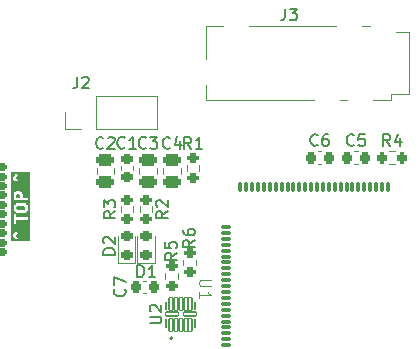
<source format=gto>
G04 #@! TF.GenerationSoftware,KiCad,Pcbnew,9.0.3*
G04 #@! TF.CreationDate,2025-07-22T22:33:48+01:00*
G04 #@! TF.ProjectId,dectspansion,64656374-7370-4616-9e73-696f6e2e6b69,rev?*
G04 #@! TF.SameCoordinates,Original*
G04 #@! TF.FileFunction,Legend,Top*
G04 #@! TF.FilePolarity,Positive*
%FSLAX46Y46*%
G04 Gerber Fmt 4.6, Leading zero omitted, Abs format (unit mm)*
G04 Created by KiCad (PCBNEW 9.0.3) date 2025-07-22 22:33:48*
%MOMM*%
%LPD*%
G01*
G04 APERTURE LIST*
G04 Aperture macros list*
%AMRoundRect*
0 Rectangle with rounded corners*
0 $1 Rounding radius*
0 $2 $3 $4 $5 $6 $7 $8 $9 X,Y pos of 4 corners*
0 Add a 4 corners polygon primitive as box body*
4,1,4,$2,$3,$4,$5,$6,$7,$8,$9,$2,$3,0*
0 Add four circle primitives for the rounded corners*
1,1,$1+$1,$2,$3*
1,1,$1+$1,$4,$5*
1,1,$1+$1,$6,$7*
1,1,$1+$1,$8,$9*
0 Add four rect primitives between the rounded corners*
20,1,$1+$1,$2,$3,$4,$5,0*
20,1,$1+$1,$4,$5,$6,$7,0*
20,1,$1+$1,$6,$7,$8,$9,0*
20,1,$1+$1,$8,$9,$2,$3,0*%
G04 Aperture macros list end*
%ADD10C,0.150000*%
%ADD11C,0.250000*%
%ADD12C,0.100000*%
%ADD13C,0.120000*%
%ADD14C,0.127000*%
%ADD15C,0.200000*%
%ADD16C,0.000000*%
%ADD17RoundRect,0.200000X0.275000X-0.200000X0.275000X0.200000X-0.275000X0.200000X-0.275000X-0.200000X0*%
%ADD18C,1.900000*%
%ADD19R,2.000000X3.000000*%
%ADD20R,3.000000X2.000000*%
%ADD21RoundRect,0.250000X0.475000X-0.250000X0.475000X0.250000X-0.475000X0.250000X-0.475000X-0.250000X0*%
%ADD22RoundRect,0.150000X1.600000X0.150000X-1.600000X0.150000X-1.600000X-0.150000X1.600000X-0.150000X0*%
%ADD23RoundRect,0.150000X1.200000X0.150000X-1.200000X0.150000X-1.200000X-0.150000X1.200000X-0.150000X0*%
%ADD24RoundRect,0.200000X-0.275000X0.200000X-0.275000X-0.200000X0.275000X-0.200000X0.275000X0.200000X0*%
%ADD25RoundRect,0.225000X-0.225000X-0.250000X0.225000X-0.250000X0.225000X0.250000X-0.225000X0.250000X0*%
%ADD26RoundRect,0.053000X0.159000X-0.519000X0.159000X0.519000X-0.159000X0.519000X-0.159000X-0.519000X0*%
%ADD27RoundRect,0.053000X0.519000X-0.159000X0.519000X0.159000X-0.519000X0.159000X-0.519000X-0.159000X0*%
%ADD28C,0.700000*%
%ADD29C,4.400000*%
%ADD30RoundRect,0.225000X0.225000X0.250000X-0.225000X0.250000X-0.225000X-0.250000X0.225000X-0.250000X0*%
%ADD31RoundRect,0.200000X-0.200000X-0.275000X0.200000X-0.275000X0.200000X0.275000X-0.200000X0.275000X0*%
%ADD32R,1.700000X1.700000*%
%ADD33C,1.700000*%
%ADD34RoundRect,0.225000X0.250000X-0.225000X0.250000X0.225000X-0.250000X0.225000X-0.250000X-0.225000X0*%
%ADD35RoundRect,0.218750X0.256250X-0.218750X0.256250X0.218750X-0.256250X0.218750X-0.256250X-0.218750X0*%
%ADD36R,0.660000X0.550000*%
%ADD37RoundRect,0.075000X-0.075000X0.370000X-0.075000X-0.370000X0.075000X-0.370000X0.075000X0.370000X0*%
%ADD38R,0.550000X0.800000*%
%ADD39RoundRect,0.075000X-0.370000X-0.075000X0.370000X-0.075000X0.370000X0.075000X-0.370000X0.075000X0*%
G04 APERTURE END LIST*
D10*
X116614819Y-103866666D02*
X116138628Y-104199999D01*
X116614819Y-104438094D02*
X115614819Y-104438094D01*
X115614819Y-104438094D02*
X115614819Y-104057142D01*
X115614819Y-104057142D02*
X115662438Y-103961904D01*
X115662438Y-103961904D02*
X115710057Y-103914285D01*
X115710057Y-103914285D02*
X115805295Y-103866666D01*
X115805295Y-103866666D02*
X115948152Y-103866666D01*
X115948152Y-103866666D02*
X116043390Y-103914285D01*
X116043390Y-103914285D02*
X116091009Y-103961904D01*
X116091009Y-103961904D02*
X116138628Y-104057142D01*
X116138628Y-104057142D02*
X116138628Y-104438094D01*
X115614819Y-102961904D02*
X115614819Y-103438094D01*
X115614819Y-103438094D02*
X116091009Y-103485713D01*
X116091009Y-103485713D02*
X116043390Y-103438094D01*
X116043390Y-103438094D02*
X115995771Y-103342856D01*
X115995771Y-103342856D02*
X115995771Y-103104761D01*
X115995771Y-103104761D02*
X116043390Y-103009523D01*
X116043390Y-103009523D02*
X116091009Y-102961904D01*
X116091009Y-102961904D02*
X116186247Y-102914285D01*
X116186247Y-102914285D02*
X116424342Y-102914285D01*
X116424342Y-102914285D02*
X116519580Y-102961904D01*
X116519580Y-102961904D02*
X116567200Y-103009523D01*
X116567200Y-103009523D02*
X116614819Y-103104761D01*
X116614819Y-103104761D02*
X116614819Y-103342856D01*
X116614819Y-103342856D02*
X116567200Y-103438094D01*
X116567200Y-103438094D02*
X116519580Y-103485713D01*
X125776666Y-83184819D02*
X125776666Y-83899104D01*
X125776666Y-83899104D02*
X125729047Y-84041961D01*
X125729047Y-84041961D02*
X125633809Y-84137200D01*
X125633809Y-84137200D02*
X125490952Y-84184819D01*
X125490952Y-84184819D02*
X125395714Y-84184819D01*
X126157619Y-83184819D02*
X126776666Y-83184819D01*
X126776666Y-83184819D02*
X126443333Y-83565771D01*
X126443333Y-83565771D02*
X126586190Y-83565771D01*
X126586190Y-83565771D02*
X126681428Y-83613390D01*
X126681428Y-83613390D02*
X126729047Y-83661009D01*
X126729047Y-83661009D02*
X126776666Y-83756247D01*
X126776666Y-83756247D02*
X126776666Y-83994342D01*
X126776666Y-83994342D02*
X126729047Y-84089580D01*
X126729047Y-84089580D02*
X126681428Y-84137200D01*
X126681428Y-84137200D02*
X126586190Y-84184819D01*
X126586190Y-84184819D02*
X126300476Y-84184819D01*
X126300476Y-84184819D02*
X126205238Y-84137200D01*
X126205238Y-84137200D02*
X126157619Y-84089580D01*
X110393333Y-94959580D02*
X110345714Y-95007200D01*
X110345714Y-95007200D02*
X110202857Y-95054819D01*
X110202857Y-95054819D02*
X110107619Y-95054819D01*
X110107619Y-95054819D02*
X109964762Y-95007200D01*
X109964762Y-95007200D02*
X109869524Y-94911961D01*
X109869524Y-94911961D02*
X109821905Y-94816723D01*
X109821905Y-94816723D02*
X109774286Y-94626247D01*
X109774286Y-94626247D02*
X109774286Y-94483390D01*
X109774286Y-94483390D02*
X109821905Y-94292914D01*
X109821905Y-94292914D02*
X109869524Y-94197676D01*
X109869524Y-94197676D02*
X109964762Y-94102438D01*
X109964762Y-94102438D02*
X110107619Y-94054819D01*
X110107619Y-94054819D02*
X110202857Y-94054819D01*
X110202857Y-94054819D02*
X110345714Y-94102438D01*
X110345714Y-94102438D02*
X110393333Y-94150057D01*
X110774286Y-94150057D02*
X110821905Y-94102438D01*
X110821905Y-94102438D02*
X110917143Y-94054819D01*
X110917143Y-94054819D02*
X111155238Y-94054819D01*
X111155238Y-94054819D02*
X111250476Y-94102438D01*
X111250476Y-94102438D02*
X111298095Y-94150057D01*
X111298095Y-94150057D02*
X111345714Y-94245295D01*
X111345714Y-94245295D02*
X111345714Y-94340533D01*
X111345714Y-94340533D02*
X111298095Y-94483390D01*
X111298095Y-94483390D02*
X110726667Y-95054819D01*
X110726667Y-95054819D02*
X111345714Y-95054819D01*
D11*
G36*
X103707855Y-99893634D02*
G01*
X103764268Y-99950048D01*
X103789619Y-100000748D01*
X103789619Y-100132207D01*
X103764268Y-100182907D01*
X103707855Y-100239321D01*
X103565896Y-100274811D01*
X103263341Y-100274811D01*
X103121381Y-100239321D01*
X103064970Y-100182910D01*
X103039619Y-100132208D01*
X103039619Y-100000748D01*
X103064970Y-99950046D01*
X103121381Y-99893635D01*
X103263341Y-99858145D01*
X103565896Y-99858145D01*
X103707855Y-99893634D01*
G37*
G36*
X103269145Y-98883495D02*
G01*
X103288077Y-98902428D01*
X103313428Y-98953129D01*
X103313428Y-99179573D01*
X103039619Y-99179573D01*
X103039619Y-98953129D01*
X103064969Y-98902427D01*
X103083902Y-98883495D01*
X103134604Y-98858145D01*
X103218444Y-98858145D01*
X103269145Y-98883495D01*
G37*
G36*
X104164619Y-102840103D02*
G01*
X102617185Y-102840103D01*
X102617185Y-102393008D01*
X102742185Y-102393008D01*
X102743157Y-102399812D01*
X102742185Y-102406616D01*
X102746579Y-102423767D01*
X102749083Y-102441292D01*
X102752584Y-102447205D01*
X102754290Y-102453862D01*
X102767000Y-102474812D01*
X102909857Y-102665288D01*
X102926410Y-102683356D01*
X102968377Y-102708205D01*
X103016661Y-102715103D01*
X103063907Y-102702998D01*
X103102925Y-102673735D01*
X103127774Y-102631768D01*
X103134672Y-102583484D01*
X103122567Y-102536238D01*
X103109857Y-102515288D01*
X103023250Y-102399812D01*
X103109857Y-102284336D01*
X103122567Y-102263386D01*
X103134672Y-102216140D01*
X103127774Y-102167856D01*
X103102925Y-102125889D01*
X103063907Y-102096626D01*
X103016661Y-102084521D01*
X102968377Y-102091419D01*
X102926410Y-102116268D01*
X102909857Y-102134336D01*
X102767000Y-102324812D01*
X102754290Y-102345762D01*
X102752584Y-102352418D01*
X102749083Y-102358332D01*
X102746579Y-102375856D01*
X102742185Y-102393008D01*
X102617185Y-102393008D01*
X102617185Y-100685526D01*
X102789619Y-100685526D01*
X102789619Y-101256954D01*
X102792021Y-101281340D01*
X102810685Y-101326400D01*
X102845173Y-101360888D01*
X102890233Y-101379552D01*
X102939005Y-101379552D01*
X102984065Y-101360888D01*
X103018553Y-101326400D01*
X103037217Y-101281340D01*
X103039619Y-101256954D01*
X103039619Y-101096240D01*
X103914619Y-101096240D01*
X103939005Y-101093838D01*
X103984065Y-101075174D01*
X104018553Y-101040686D01*
X104037217Y-100995626D01*
X104037217Y-100946854D01*
X104018553Y-100901794D01*
X103984065Y-100867306D01*
X103939005Y-100848642D01*
X103914619Y-100846240D01*
X103039619Y-100846240D01*
X103039619Y-100685526D01*
X103037217Y-100661140D01*
X103018553Y-100616080D01*
X102984065Y-100581592D01*
X102939005Y-100562928D01*
X102890233Y-100562928D01*
X102845173Y-100581592D01*
X102810685Y-100616080D01*
X102792021Y-100661140D01*
X102789619Y-100685526D01*
X102617185Y-100685526D01*
X102617185Y-99971240D01*
X102789619Y-99971240D01*
X102789619Y-100161716D01*
X102792021Y-100186102D01*
X102793739Y-100190250D01*
X102794058Y-100194732D01*
X102802816Y-100217618D01*
X102850434Y-100312855D01*
X102857043Y-100323353D01*
X102858305Y-100326400D01*
X102861120Y-100329831D01*
X102863489Y-100333593D01*
X102865983Y-100335756D01*
X102873850Y-100345342D01*
X102969088Y-100440580D01*
X102988030Y-100456125D01*
X102996615Y-100459681D01*
X103004084Y-100465215D01*
X103027159Y-100473460D01*
X103217635Y-100521079D01*
X103221864Y-100521704D01*
X103223566Y-100522409D01*
X103232745Y-100523313D01*
X103241875Y-100524663D01*
X103243697Y-100524391D01*
X103247952Y-100524811D01*
X103581285Y-100524811D01*
X103585539Y-100524391D01*
X103587361Y-100524663D01*
X103596489Y-100523313D01*
X103605671Y-100522409D01*
X103607372Y-100521704D01*
X103611602Y-100521079D01*
X103802078Y-100473460D01*
X103825153Y-100465215D01*
X103832619Y-100459682D01*
X103841207Y-100456126D01*
X103860149Y-100440581D01*
X103955388Y-100345343D01*
X103963257Y-100335754D01*
X103965749Y-100333593D01*
X103968114Y-100329835D01*
X103970933Y-100326401D01*
X103972196Y-100323350D01*
X103978803Y-100312856D01*
X104026422Y-100217618D01*
X104035180Y-100194732D01*
X104035498Y-100190251D01*
X104037217Y-100186102D01*
X104039619Y-100161716D01*
X104039619Y-99971240D01*
X104037217Y-99946854D01*
X104035498Y-99942704D01*
X104035180Y-99938224D01*
X104026422Y-99915338D01*
X103978803Y-99820100D01*
X103972196Y-99809605D01*
X103970933Y-99806555D01*
X103968114Y-99803120D01*
X103965749Y-99799363D01*
X103963257Y-99797201D01*
X103955388Y-99787613D01*
X103860149Y-99692375D01*
X103841207Y-99676830D01*
X103832619Y-99673273D01*
X103825153Y-99667741D01*
X103802078Y-99659496D01*
X103611602Y-99611877D01*
X103607372Y-99611251D01*
X103605671Y-99610547D01*
X103596489Y-99609642D01*
X103587361Y-99608293D01*
X103585539Y-99608564D01*
X103581285Y-99608145D01*
X103247952Y-99608145D01*
X103243697Y-99608564D01*
X103241875Y-99608293D01*
X103232745Y-99609642D01*
X103223566Y-99610547D01*
X103221864Y-99611251D01*
X103217635Y-99611877D01*
X103027159Y-99659496D01*
X103004084Y-99667741D01*
X102996615Y-99673274D01*
X102988030Y-99676831D01*
X102969088Y-99692376D01*
X102873850Y-99787614D01*
X102865983Y-99797199D01*
X102863489Y-99799363D01*
X102861120Y-99803124D01*
X102858305Y-99806556D01*
X102857043Y-99809602D01*
X102850434Y-99820101D01*
X102802816Y-99915338D01*
X102794058Y-99938224D01*
X102793739Y-99942705D01*
X102792021Y-99946854D01*
X102789619Y-99971240D01*
X102617185Y-99971240D01*
X102617185Y-98923621D01*
X102789619Y-98923621D01*
X102789619Y-99304573D01*
X102792021Y-99328959D01*
X102810685Y-99374019D01*
X102845173Y-99408507D01*
X102890233Y-99427171D01*
X102914619Y-99429573D01*
X103914619Y-99429573D01*
X103939005Y-99427171D01*
X103984065Y-99408507D01*
X104018553Y-99374019D01*
X104037217Y-99328959D01*
X104037217Y-99280187D01*
X104018553Y-99235127D01*
X103984065Y-99200639D01*
X103939005Y-99181975D01*
X103914619Y-99179573D01*
X103563428Y-99179573D01*
X103563428Y-98923621D01*
X103561026Y-98899235D01*
X103559307Y-98895085D01*
X103558989Y-98890605D01*
X103550231Y-98867719D01*
X103502612Y-98772481D01*
X103496005Y-98761986D01*
X103494742Y-98758936D01*
X103491923Y-98755501D01*
X103489558Y-98751744D01*
X103487066Y-98749582D01*
X103479197Y-98739994D01*
X103431578Y-98692376D01*
X103421992Y-98684509D01*
X103419829Y-98682015D01*
X103416067Y-98679646D01*
X103412636Y-98676831D01*
X103409589Y-98675569D01*
X103399091Y-98668960D01*
X103303854Y-98621342D01*
X103280968Y-98612584D01*
X103276486Y-98612265D01*
X103272338Y-98610547D01*
X103247952Y-98608145D01*
X103105095Y-98608145D01*
X103080709Y-98610547D01*
X103076559Y-98612265D01*
X103072079Y-98612584D01*
X103049193Y-98621342D01*
X102953955Y-98668961D01*
X102943460Y-98675567D01*
X102940410Y-98676831D01*
X102936975Y-98679649D01*
X102933218Y-98682015D01*
X102931056Y-98684506D01*
X102921468Y-98692376D01*
X102873850Y-98739995D01*
X102865983Y-98749580D01*
X102863489Y-98751744D01*
X102861120Y-98755505D01*
X102858305Y-98758937D01*
X102857043Y-98761983D01*
X102850434Y-98772482D01*
X102802816Y-98867719D01*
X102794058Y-98890605D01*
X102793739Y-98895086D01*
X102792021Y-98899235D01*
X102789619Y-98923621D01*
X102617185Y-98923621D01*
X102617185Y-97488245D01*
X102742185Y-97488245D01*
X102743157Y-97495049D01*
X102742185Y-97501853D01*
X102746579Y-97519004D01*
X102749083Y-97536529D01*
X102752584Y-97542442D01*
X102754290Y-97549099D01*
X102767000Y-97570049D01*
X102909857Y-97760525D01*
X102926410Y-97778593D01*
X102968377Y-97803442D01*
X103016661Y-97810340D01*
X103063907Y-97798235D01*
X103102925Y-97768972D01*
X103127774Y-97727005D01*
X103134672Y-97678721D01*
X103122567Y-97631475D01*
X103109857Y-97610525D01*
X103023250Y-97495049D01*
X103109857Y-97379573D01*
X103122567Y-97358623D01*
X103134672Y-97311377D01*
X103127774Y-97263093D01*
X103102925Y-97221126D01*
X103063907Y-97191863D01*
X103016661Y-97179758D01*
X102968377Y-97186656D01*
X102926410Y-97211505D01*
X102909857Y-97229573D01*
X102767000Y-97420049D01*
X102754290Y-97440999D01*
X102752584Y-97447655D01*
X102749083Y-97453569D01*
X102746579Y-97471093D01*
X102742185Y-97488245D01*
X102617185Y-97488245D01*
X102617185Y-97054758D01*
X104164619Y-97054758D01*
X104164619Y-102840103D01*
G37*
D10*
X118154819Y-102771666D02*
X117678628Y-103104999D01*
X118154819Y-103343094D02*
X117154819Y-103343094D01*
X117154819Y-103343094D02*
X117154819Y-102962142D01*
X117154819Y-102962142D02*
X117202438Y-102866904D01*
X117202438Y-102866904D02*
X117250057Y-102819285D01*
X117250057Y-102819285D02*
X117345295Y-102771666D01*
X117345295Y-102771666D02*
X117488152Y-102771666D01*
X117488152Y-102771666D02*
X117583390Y-102819285D01*
X117583390Y-102819285D02*
X117631009Y-102866904D01*
X117631009Y-102866904D02*
X117678628Y-102962142D01*
X117678628Y-102962142D02*
X117678628Y-103343094D01*
X117154819Y-101914523D02*
X117154819Y-102104999D01*
X117154819Y-102104999D02*
X117202438Y-102200237D01*
X117202438Y-102200237D02*
X117250057Y-102247856D01*
X117250057Y-102247856D02*
X117392914Y-102343094D01*
X117392914Y-102343094D02*
X117583390Y-102390713D01*
X117583390Y-102390713D02*
X117964342Y-102390713D01*
X117964342Y-102390713D02*
X118059580Y-102343094D01*
X118059580Y-102343094D02*
X118107200Y-102295475D01*
X118107200Y-102295475D02*
X118154819Y-102200237D01*
X118154819Y-102200237D02*
X118154819Y-102009761D01*
X118154819Y-102009761D02*
X118107200Y-101914523D01*
X118107200Y-101914523D02*
X118059580Y-101866904D01*
X118059580Y-101866904D02*
X117964342Y-101819285D01*
X117964342Y-101819285D02*
X117726247Y-101819285D01*
X117726247Y-101819285D02*
X117631009Y-101866904D01*
X117631009Y-101866904D02*
X117583390Y-101914523D01*
X117583390Y-101914523D02*
X117535771Y-102009761D01*
X117535771Y-102009761D02*
X117535771Y-102200237D01*
X117535771Y-102200237D02*
X117583390Y-102295475D01*
X117583390Y-102295475D02*
X117631009Y-102343094D01*
X117631009Y-102343094D02*
X117726247Y-102390713D01*
X128543333Y-94719580D02*
X128495714Y-94767200D01*
X128495714Y-94767200D02*
X128352857Y-94814819D01*
X128352857Y-94814819D02*
X128257619Y-94814819D01*
X128257619Y-94814819D02*
X128114762Y-94767200D01*
X128114762Y-94767200D02*
X128019524Y-94671961D01*
X128019524Y-94671961D02*
X127971905Y-94576723D01*
X127971905Y-94576723D02*
X127924286Y-94386247D01*
X127924286Y-94386247D02*
X127924286Y-94243390D01*
X127924286Y-94243390D02*
X127971905Y-94052914D01*
X127971905Y-94052914D02*
X128019524Y-93957676D01*
X128019524Y-93957676D02*
X128114762Y-93862438D01*
X128114762Y-93862438D02*
X128257619Y-93814819D01*
X128257619Y-93814819D02*
X128352857Y-93814819D01*
X128352857Y-93814819D02*
X128495714Y-93862438D01*
X128495714Y-93862438D02*
X128543333Y-93910057D01*
X129400476Y-93814819D02*
X129210000Y-93814819D01*
X129210000Y-93814819D02*
X129114762Y-93862438D01*
X129114762Y-93862438D02*
X129067143Y-93910057D01*
X129067143Y-93910057D02*
X128971905Y-94052914D01*
X128971905Y-94052914D02*
X128924286Y-94243390D01*
X128924286Y-94243390D02*
X128924286Y-94624342D01*
X128924286Y-94624342D02*
X128971905Y-94719580D01*
X128971905Y-94719580D02*
X129019524Y-94767200D01*
X129019524Y-94767200D02*
X129114762Y-94814819D01*
X129114762Y-94814819D02*
X129305238Y-94814819D01*
X129305238Y-94814819D02*
X129400476Y-94767200D01*
X129400476Y-94767200D02*
X129448095Y-94719580D01*
X129448095Y-94719580D02*
X129495714Y-94624342D01*
X129495714Y-94624342D02*
X129495714Y-94386247D01*
X129495714Y-94386247D02*
X129448095Y-94291009D01*
X129448095Y-94291009D02*
X129400476Y-94243390D01*
X129400476Y-94243390D02*
X129305238Y-94195771D01*
X129305238Y-94195771D02*
X129114762Y-94195771D01*
X129114762Y-94195771D02*
X129019524Y-94243390D01*
X129019524Y-94243390D02*
X128971905Y-94291009D01*
X128971905Y-94291009D02*
X128924286Y-94386247D01*
X114304819Y-109824404D02*
X115114342Y-109824404D01*
X115114342Y-109824404D02*
X115209580Y-109776785D01*
X115209580Y-109776785D02*
X115257200Y-109729166D01*
X115257200Y-109729166D02*
X115304819Y-109633928D01*
X115304819Y-109633928D02*
X115304819Y-109443452D01*
X115304819Y-109443452D02*
X115257200Y-109348214D01*
X115257200Y-109348214D02*
X115209580Y-109300595D01*
X115209580Y-109300595D02*
X115114342Y-109252976D01*
X115114342Y-109252976D02*
X114304819Y-109252976D01*
X114400057Y-108824404D02*
X114352438Y-108776785D01*
X114352438Y-108776785D02*
X114304819Y-108681547D01*
X114304819Y-108681547D02*
X114304819Y-108443452D01*
X114304819Y-108443452D02*
X114352438Y-108348214D01*
X114352438Y-108348214D02*
X114400057Y-108300595D01*
X114400057Y-108300595D02*
X114495295Y-108252976D01*
X114495295Y-108252976D02*
X114590533Y-108252976D01*
X114590533Y-108252976D02*
X114733390Y-108300595D01*
X114733390Y-108300595D02*
X115304819Y-108872023D01*
X115304819Y-108872023D02*
X115304819Y-108252976D01*
X116043333Y-94959580D02*
X115995714Y-95007200D01*
X115995714Y-95007200D02*
X115852857Y-95054819D01*
X115852857Y-95054819D02*
X115757619Y-95054819D01*
X115757619Y-95054819D02*
X115614762Y-95007200D01*
X115614762Y-95007200D02*
X115519524Y-94911961D01*
X115519524Y-94911961D02*
X115471905Y-94816723D01*
X115471905Y-94816723D02*
X115424286Y-94626247D01*
X115424286Y-94626247D02*
X115424286Y-94483390D01*
X115424286Y-94483390D02*
X115471905Y-94292914D01*
X115471905Y-94292914D02*
X115519524Y-94197676D01*
X115519524Y-94197676D02*
X115614762Y-94102438D01*
X115614762Y-94102438D02*
X115757619Y-94054819D01*
X115757619Y-94054819D02*
X115852857Y-94054819D01*
X115852857Y-94054819D02*
X115995714Y-94102438D01*
X115995714Y-94102438D02*
X116043333Y-94150057D01*
X116900476Y-94388152D02*
X116900476Y-95054819D01*
X116662381Y-94007200D02*
X116424286Y-94721485D01*
X116424286Y-94721485D02*
X117043333Y-94721485D01*
X111414819Y-100341666D02*
X110938628Y-100674999D01*
X111414819Y-100913094D02*
X110414819Y-100913094D01*
X110414819Y-100913094D02*
X110414819Y-100532142D01*
X110414819Y-100532142D02*
X110462438Y-100436904D01*
X110462438Y-100436904D02*
X110510057Y-100389285D01*
X110510057Y-100389285D02*
X110605295Y-100341666D01*
X110605295Y-100341666D02*
X110748152Y-100341666D01*
X110748152Y-100341666D02*
X110843390Y-100389285D01*
X110843390Y-100389285D02*
X110891009Y-100436904D01*
X110891009Y-100436904D02*
X110938628Y-100532142D01*
X110938628Y-100532142D02*
X110938628Y-100913094D01*
X110414819Y-100008332D02*
X110414819Y-99389285D01*
X110414819Y-99389285D02*
X110795771Y-99722618D01*
X110795771Y-99722618D02*
X110795771Y-99579761D01*
X110795771Y-99579761D02*
X110843390Y-99484523D01*
X110843390Y-99484523D02*
X110891009Y-99436904D01*
X110891009Y-99436904D02*
X110986247Y-99389285D01*
X110986247Y-99389285D02*
X111224342Y-99389285D01*
X111224342Y-99389285D02*
X111319580Y-99436904D01*
X111319580Y-99436904D02*
X111367200Y-99484523D01*
X111367200Y-99484523D02*
X111414819Y-99579761D01*
X111414819Y-99579761D02*
X111414819Y-99865475D01*
X111414819Y-99865475D02*
X111367200Y-99960713D01*
X111367200Y-99960713D02*
X111319580Y-100008332D01*
X112189580Y-106926666D02*
X112237200Y-106974285D01*
X112237200Y-106974285D02*
X112284819Y-107117142D01*
X112284819Y-107117142D02*
X112284819Y-107212380D01*
X112284819Y-107212380D02*
X112237200Y-107355237D01*
X112237200Y-107355237D02*
X112141961Y-107450475D01*
X112141961Y-107450475D02*
X112046723Y-107498094D01*
X112046723Y-107498094D02*
X111856247Y-107545713D01*
X111856247Y-107545713D02*
X111713390Y-107545713D01*
X111713390Y-107545713D02*
X111522914Y-107498094D01*
X111522914Y-107498094D02*
X111427676Y-107450475D01*
X111427676Y-107450475D02*
X111332438Y-107355237D01*
X111332438Y-107355237D02*
X111284819Y-107212380D01*
X111284819Y-107212380D02*
X111284819Y-107117142D01*
X111284819Y-107117142D02*
X111332438Y-106974285D01*
X111332438Y-106974285D02*
X111380057Y-106926666D01*
X111284819Y-106593332D02*
X111284819Y-105926666D01*
X111284819Y-105926666D02*
X112284819Y-106355237D01*
X131613333Y-94719580D02*
X131565714Y-94767200D01*
X131565714Y-94767200D02*
X131422857Y-94814819D01*
X131422857Y-94814819D02*
X131327619Y-94814819D01*
X131327619Y-94814819D02*
X131184762Y-94767200D01*
X131184762Y-94767200D02*
X131089524Y-94671961D01*
X131089524Y-94671961D02*
X131041905Y-94576723D01*
X131041905Y-94576723D02*
X130994286Y-94386247D01*
X130994286Y-94386247D02*
X130994286Y-94243390D01*
X130994286Y-94243390D02*
X131041905Y-94052914D01*
X131041905Y-94052914D02*
X131089524Y-93957676D01*
X131089524Y-93957676D02*
X131184762Y-93862438D01*
X131184762Y-93862438D02*
X131327619Y-93814819D01*
X131327619Y-93814819D02*
X131422857Y-93814819D01*
X131422857Y-93814819D02*
X131565714Y-93862438D01*
X131565714Y-93862438D02*
X131613333Y-93910057D01*
X132518095Y-93814819D02*
X132041905Y-93814819D01*
X132041905Y-93814819D02*
X131994286Y-94291009D01*
X131994286Y-94291009D02*
X132041905Y-94243390D01*
X132041905Y-94243390D02*
X132137143Y-94195771D01*
X132137143Y-94195771D02*
X132375238Y-94195771D01*
X132375238Y-94195771D02*
X132470476Y-94243390D01*
X132470476Y-94243390D02*
X132518095Y-94291009D01*
X132518095Y-94291009D02*
X132565714Y-94386247D01*
X132565714Y-94386247D02*
X132565714Y-94624342D01*
X132565714Y-94624342D02*
X132518095Y-94719580D01*
X132518095Y-94719580D02*
X132470476Y-94767200D01*
X132470476Y-94767200D02*
X132375238Y-94814819D01*
X132375238Y-94814819D02*
X132137143Y-94814819D01*
X132137143Y-94814819D02*
X132041905Y-94767200D01*
X132041905Y-94767200D02*
X131994286Y-94719580D01*
X115874819Y-100341666D02*
X115398628Y-100674999D01*
X115874819Y-100913094D02*
X114874819Y-100913094D01*
X114874819Y-100913094D02*
X114874819Y-100532142D01*
X114874819Y-100532142D02*
X114922438Y-100436904D01*
X114922438Y-100436904D02*
X114970057Y-100389285D01*
X114970057Y-100389285D02*
X115065295Y-100341666D01*
X115065295Y-100341666D02*
X115208152Y-100341666D01*
X115208152Y-100341666D02*
X115303390Y-100389285D01*
X115303390Y-100389285D02*
X115351009Y-100436904D01*
X115351009Y-100436904D02*
X115398628Y-100532142D01*
X115398628Y-100532142D02*
X115398628Y-100913094D01*
X114970057Y-99960713D02*
X114922438Y-99913094D01*
X114922438Y-99913094D02*
X114874819Y-99817856D01*
X114874819Y-99817856D02*
X114874819Y-99579761D01*
X114874819Y-99579761D02*
X114922438Y-99484523D01*
X114922438Y-99484523D02*
X114970057Y-99436904D01*
X114970057Y-99436904D02*
X115065295Y-99389285D01*
X115065295Y-99389285D02*
X115160533Y-99389285D01*
X115160533Y-99389285D02*
X115303390Y-99436904D01*
X115303390Y-99436904D02*
X115874819Y-100008332D01*
X115874819Y-100008332D02*
X115874819Y-99389285D01*
X114003333Y-94949580D02*
X113955714Y-94997200D01*
X113955714Y-94997200D02*
X113812857Y-95044819D01*
X113812857Y-95044819D02*
X113717619Y-95044819D01*
X113717619Y-95044819D02*
X113574762Y-94997200D01*
X113574762Y-94997200D02*
X113479524Y-94901961D01*
X113479524Y-94901961D02*
X113431905Y-94806723D01*
X113431905Y-94806723D02*
X113384286Y-94616247D01*
X113384286Y-94616247D02*
X113384286Y-94473390D01*
X113384286Y-94473390D02*
X113431905Y-94282914D01*
X113431905Y-94282914D02*
X113479524Y-94187676D01*
X113479524Y-94187676D02*
X113574762Y-94092438D01*
X113574762Y-94092438D02*
X113717619Y-94044819D01*
X113717619Y-94044819D02*
X113812857Y-94044819D01*
X113812857Y-94044819D02*
X113955714Y-94092438D01*
X113955714Y-94092438D02*
X114003333Y-94140057D01*
X114336667Y-94044819D02*
X114955714Y-94044819D01*
X114955714Y-94044819D02*
X114622381Y-94425771D01*
X114622381Y-94425771D02*
X114765238Y-94425771D01*
X114765238Y-94425771D02*
X114860476Y-94473390D01*
X114860476Y-94473390D02*
X114908095Y-94521009D01*
X114908095Y-94521009D02*
X114955714Y-94616247D01*
X114955714Y-94616247D02*
X114955714Y-94854342D01*
X114955714Y-94854342D02*
X114908095Y-94949580D01*
X114908095Y-94949580D02*
X114860476Y-94997200D01*
X114860476Y-94997200D02*
X114765238Y-95044819D01*
X114765238Y-95044819D02*
X114479524Y-95044819D01*
X114479524Y-95044819D02*
X114384286Y-94997200D01*
X114384286Y-94997200D02*
X114336667Y-94949580D01*
X134683333Y-94814819D02*
X134350000Y-94338628D01*
X134111905Y-94814819D02*
X134111905Y-93814819D01*
X134111905Y-93814819D02*
X134492857Y-93814819D01*
X134492857Y-93814819D02*
X134588095Y-93862438D01*
X134588095Y-93862438D02*
X134635714Y-93910057D01*
X134635714Y-93910057D02*
X134683333Y-94005295D01*
X134683333Y-94005295D02*
X134683333Y-94148152D01*
X134683333Y-94148152D02*
X134635714Y-94243390D01*
X134635714Y-94243390D02*
X134588095Y-94291009D01*
X134588095Y-94291009D02*
X134492857Y-94338628D01*
X134492857Y-94338628D02*
X134111905Y-94338628D01*
X135540476Y-94148152D02*
X135540476Y-94814819D01*
X135302381Y-93767200D02*
X135064286Y-94481485D01*
X135064286Y-94481485D02*
X135683333Y-94481485D01*
X117833333Y-95054819D02*
X117500000Y-94578628D01*
X117261905Y-95054819D02*
X117261905Y-94054819D01*
X117261905Y-94054819D02*
X117642857Y-94054819D01*
X117642857Y-94054819D02*
X117738095Y-94102438D01*
X117738095Y-94102438D02*
X117785714Y-94150057D01*
X117785714Y-94150057D02*
X117833333Y-94245295D01*
X117833333Y-94245295D02*
X117833333Y-94388152D01*
X117833333Y-94388152D02*
X117785714Y-94483390D01*
X117785714Y-94483390D02*
X117738095Y-94531009D01*
X117738095Y-94531009D02*
X117642857Y-94578628D01*
X117642857Y-94578628D02*
X117261905Y-94578628D01*
X118785714Y-95054819D02*
X118214286Y-95054819D01*
X118500000Y-95054819D02*
X118500000Y-94054819D01*
X118500000Y-94054819D02*
X118404762Y-94197676D01*
X118404762Y-94197676D02*
X118309524Y-94292914D01*
X118309524Y-94292914D02*
X118214286Y-94340533D01*
X108176666Y-88944819D02*
X108176666Y-89659104D01*
X108176666Y-89659104D02*
X108129047Y-89801961D01*
X108129047Y-89801961D02*
X108033809Y-89897200D01*
X108033809Y-89897200D02*
X107890952Y-89944819D01*
X107890952Y-89944819D02*
X107795714Y-89944819D01*
X108605238Y-89040057D02*
X108652857Y-88992438D01*
X108652857Y-88992438D02*
X108748095Y-88944819D01*
X108748095Y-88944819D02*
X108986190Y-88944819D01*
X108986190Y-88944819D02*
X109081428Y-88992438D01*
X109081428Y-88992438D02*
X109129047Y-89040057D01*
X109129047Y-89040057D02*
X109176666Y-89135295D01*
X109176666Y-89135295D02*
X109176666Y-89230533D01*
X109176666Y-89230533D02*
X109129047Y-89373390D01*
X109129047Y-89373390D02*
X108557619Y-89944819D01*
X108557619Y-89944819D02*
X109176666Y-89944819D01*
X112203333Y-94934580D02*
X112155714Y-94982200D01*
X112155714Y-94982200D02*
X112012857Y-95029819D01*
X112012857Y-95029819D02*
X111917619Y-95029819D01*
X111917619Y-95029819D02*
X111774762Y-94982200D01*
X111774762Y-94982200D02*
X111679524Y-94886961D01*
X111679524Y-94886961D02*
X111631905Y-94791723D01*
X111631905Y-94791723D02*
X111584286Y-94601247D01*
X111584286Y-94601247D02*
X111584286Y-94458390D01*
X111584286Y-94458390D02*
X111631905Y-94267914D01*
X111631905Y-94267914D02*
X111679524Y-94172676D01*
X111679524Y-94172676D02*
X111774762Y-94077438D01*
X111774762Y-94077438D02*
X111917619Y-94029819D01*
X111917619Y-94029819D02*
X112012857Y-94029819D01*
X112012857Y-94029819D02*
X112155714Y-94077438D01*
X112155714Y-94077438D02*
X112203333Y-94125057D01*
X113155714Y-95029819D02*
X112584286Y-95029819D01*
X112870000Y-95029819D02*
X112870000Y-94029819D01*
X112870000Y-94029819D02*
X112774762Y-94172676D01*
X112774762Y-94172676D02*
X112679524Y-94267914D01*
X112679524Y-94267914D02*
X112584286Y-94315533D01*
X113271905Y-105914819D02*
X113271905Y-104914819D01*
X113271905Y-104914819D02*
X113510000Y-104914819D01*
X113510000Y-104914819D02*
X113652857Y-104962438D01*
X113652857Y-104962438D02*
X113748095Y-105057676D01*
X113748095Y-105057676D02*
X113795714Y-105152914D01*
X113795714Y-105152914D02*
X113843333Y-105343390D01*
X113843333Y-105343390D02*
X113843333Y-105486247D01*
X113843333Y-105486247D02*
X113795714Y-105676723D01*
X113795714Y-105676723D02*
X113748095Y-105771961D01*
X113748095Y-105771961D02*
X113652857Y-105867200D01*
X113652857Y-105867200D02*
X113510000Y-105914819D01*
X113510000Y-105914819D02*
X113271905Y-105914819D01*
X114795714Y-105914819D02*
X114224286Y-105914819D01*
X114510000Y-105914819D02*
X114510000Y-104914819D01*
X114510000Y-104914819D02*
X114414762Y-105057676D01*
X114414762Y-105057676D02*
X114319524Y-105152914D01*
X114319524Y-105152914D02*
X114224286Y-105200533D01*
D12*
X119502580Y-106138095D02*
X118693057Y-106138095D01*
X118693057Y-106138095D02*
X118597819Y-106185714D01*
X118597819Y-106185714D02*
X118550200Y-106233333D01*
X118550200Y-106233333D02*
X118502580Y-106328571D01*
X118502580Y-106328571D02*
X118502580Y-106519047D01*
X118502580Y-106519047D02*
X118550200Y-106614285D01*
X118550200Y-106614285D02*
X118597819Y-106661904D01*
X118597819Y-106661904D02*
X118693057Y-106709523D01*
X118693057Y-106709523D02*
X119502580Y-106709523D01*
X118502580Y-107709523D02*
X118502580Y-107138095D01*
X118502580Y-107423809D02*
X119502580Y-107423809D01*
X119502580Y-107423809D02*
X119359723Y-107328571D01*
X119359723Y-107328571D02*
X119264485Y-107233333D01*
X119264485Y-107233333D02*
X119216866Y-107138095D01*
D10*
X111384819Y-104003094D02*
X110384819Y-104003094D01*
X110384819Y-104003094D02*
X110384819Y-103764999D01*
X110384819Y-103764999D02*
X110432438Y-103622142D01*
X110432438Y-103622142D02*
X110527676Y-103526904D01*
X110527676Y-103526904D02*
X110622914Y-103479285D01*
X110622914Y-103479285D02*
X110813390Y-103431666D01*
X110813390Y-103431666D02*
X110956247Y-103431666D01*
X110956247Y-103431666D02*
X111146723Y-103479285D01*
X111146723Y-103479285D02*
X111241961Y-103526904D01*
X111241961Y-103526904D02*
X111337200Y-103622142D01*
X111337200Y-103622142D02*
X111384819Y-103764999D01*
X111384819Y-103764999D02*
X111384819Y-104003094D01*
X110480057Y-103050713D02*
X110432438Y-103003094D01*
X110432438Y-103003094D02*
X110384819Y-102907856D01*
X110384819Y-102907856D02*
X110384819Y-102669761D01*
X110384819Y-102669761D02*
X110432438Y-102574523D01*
X110432438Y-102574523D02*
X110480057Y-102526904D01*
X110480057Y-102526904D02*
X110575295Y-102479285D01*
X110575295Y-102479285D02*
X110670533Y-102479285D01*
X110670533Y-102479285D02*
X110813390Y-102526904D01*
X110813390Y-102526904D02*
X111384819Y-103098332D01*
X111384819Y-103098332D02*
X111384819Y-102479285D01*
D13*
X116692500Y-106077258D02*
X116692500Y-105602742D01*
X115647500Y-106077258D02*
X115647500Y-105602742D01*
X119060000Y-84680000D02*
X119060000Y-87480000D01*
X119060000Y-84680000D02*
X120560000Y-84680000D01*
X119060000Y-89680000D02*
X119060000Y-90880000D01*
X122760000Y-84680000D02*
X130060000Y-84680000D01*
X128260000Y-90880000D02*
X119060000Y-90880000D01*
X131060000Y-90880000D02*
X130460000Y-90880000D01*
X132260000Y-84680000D02*
X132960000Y-84680000D01*
X134760000Y-90380000D02*
X136260000Y-90380000D01*
X134760000Y-90880000D02*
X133260000Y-90880000D01*
X134760000Y-90880000D02*
X134760000Y-90380000D01*
X135160000Y-85180000D02*
X136260000Y-85180000D01*
X136260000Y-90380000D02*
X136260000Y-85180000D01*
X109825000Y-97171252D02*
X109825000Y-96648748D01*
X111295000Y-97171252D02*
X111295000Y-96648748D01*
X117177500Y-104432742D02*
X117177500Y-104907258D01*
X118222500Y-104432742D02*
X118222500Y-104907258D01*
X128569420Y-95280000D02*
X128850580Y-95280000D01*
X128569420Y-96300000D02*
X128850580Y-96300000D01*
D14*
X115730000Y-108012500D02*
X115730000Y-108012500D01*
X115730000Y-108012500D02*
X115730000Y-108632500D01*
X115730000Y-110112500D02*
X115730000Y-109492500D01*
X115730000Y-110112500D02*
X115730000Y-110112500D01*
X118190000Y-108012500D02*
X118190000Y-108012500D01*
X118190000Y-108012500D02*
X118190000Y-108632500D01*
X118190000Y-110112500D02*
X118190000Y-109492500D01*
X118190000Y-110112500D02*
X118190000Y-110112500D01*
D15*
X116260000Y-111097500D02*
G75*
G02*
X116060000Y-111097500I-100000J0D01*
G01*
X116060000Y-111097500D02*
G75*
G02*
X116260000Y-111097500I100000J0D01*
G01*
D13*
X115475000Y-97171252D02*
X115475000Y-96648748D01*
X116945000Y-97171252D02*
X116945000Y-96648748D01*
X111867500Y-100412258D02*
X111867500Y-99937742D01*
X112912500Y-100412258D02*
X112912500Y-99937742D01*
X114035580Y-106250000D02*
X113754420Y-106250000D01*
X114035580Y-107270000D02*
X113754420Y-107270000D01*
X131639420Y-95280000D02*
X131920580Y-95280000D01*
X131639420Y-96300000D02*
X131920580Y-96300000D01*
X113467500Y-99937742D02*
X113467500Y-100412258D01*
X114512500Y-99937742D02*
X114512500Y-100412258D01*
X113435000Y-97171252D02*
X113435000Y-96648748D01*
X114905000Y-97171252D02*
X114905000Y-96648748D01*
X134612742Y-95267500D02*
X135087258Y-95267500D01*
X134612742Y-96312500D02*
X135087258Y-96312500D01*
X117467500Y-96447742D02*
X117467500Y-96922258D01*
X118512500Y-96447742D02*
X118512500Y-96922258D01*
X107120000Y-93340000D02*
X107120000Y-91960000D01*
X108500000Y-93340000D02*
X107120000Y-93340000D01*
X109770000Y-90580000D02*
X114960000Y-90580000D01*
X109770000Y-93340000D02*
X109770000Y-90580000D01*
X109770000Y-93340000D02*
X114960000Y-93340000D01*
X114960000Y-93340000D02*
X114960000Y-90580000D01*
X111870000Y-96830580D02*
X111870000Y-96549420D01*
X112890000Y-96830580D02*
X112890000Y-96549420D01*
X113275000Y-102462500D02*
X113275000Y-104747500D01*
X113275000Y-104747500D02*
X114745000Y-104747500D01*
X114745000Y-104747500D02*
X114745000Y-102462500D01*
X111625000Y-102465000D02*
X111625000Y-104750000D01*
X111625000Y-104750000D02*
X113095000Y-104750000D01*
X113095000Y-104750000D02*
X113095000Y-102465000D01*
%LPC*%
D16*
G36*
X136690000Y-98875000D02*
G01*
X136190000Y-98875000D01*
X136190000Y-98175000D01*
X136690000Y-98175000D01*
X136690000Y-98875000D01*
G37*
D17*
X116170000Y-105015000D03*
X116170000Y-106665000D03*
D18*
X130160000Y-87780000D03*
X123160000Y-87780000D03*
D19*
X129360000Y-91280000D03*
X131160000Y-84280000D03*
X132160000Y-91280000D03*
X134060000Y-84280000D03*
X121660000Y-84280000D03*
D20*
X117660000Y-88580000D03*
D21*
X110560000Y-97860000D03*
X110560000Y-95960000D03*
D22*
X100500000Y-96600000D03*
D23*
X100900000Y-97400000D03*
X100900000Y-98200000D03*
D22*
X100500000Y-99000000D03*
D23*
X100900000Y-99800000D03*
X100900000Y-100600000D03*
D22*
X100500000Y-101400000D03*
D23*
X100900000Y-102200000D03*
X100900000Y-103000000D03*
D22*
X100500000Y-103800000D03*
D24*
X117700000Y-103845000D03*
X117700000Y-105495000D03*
D25*
X127935000Y-95790000D03*
X129485000Y-95790000D03*
D26*
X116160000Y-109957500D03*
X116560000Y-109957500D03*
X116960000Y-109957500D03*
X117360000Y-109957500D03*
X117760000Y-109957500D03*
D27*
X117705000Y-109062500D03*
D26*
X117760000Y-108167500D03*
X117360000Y-108167500D03*
X116960000Y-108167500D03*
X116560000Y-108167500D03*
X116160000Y-108167500D03*
D27*
X116215000Y-109062500D03*
D28*
X110850000Y-87500000D03*
X111333274Y-86333274D03*
X111333274Y-88666726D03*
X112500000Y-85850000D03*
D29*
X112500000Y-87500000D03*
D28*
X112500000Y-89150000D03*
X113666726Y-86333274D03*
X113666726Y-88666726D03*
X114150000Y-87500000D03*
D21*
X116210000Y-97860000D03*
X116210000Y-95960000D03*
D17*
X112390000Y-101000000D03*
X112390000Y-99350000D03*
D30*
X114670000Y-106760000D03*
X113120000Y-106760000D03*
D25*
X131005000Y-95790000D03*
X132555000Y-95790000D03*
D24*
X113990000Y-99350000D03*
X113990000Y-101000000D03*
D21*
X114170000Y-97860000D03*
X114170000Y-95960000D03*
D31*
X134025000Y-95790000D03*
X135675000Y-95790000D03*
D24*
X117990000Y-95860000D03*
X117990000Y-97510000D03*
D32*
X108500000Y-91960000D03*
D33*
X111040000Y-91960000D03*
X113580000Y-91960000D03*
D34*
X112380000Y-97465000D03*
X112380000Y-95915000D03*
D35*
X114010000Y-104050000D03*
X114010000Y-102475000D03*
D28*
X110850000Y-112500000D03*
X111333274Y-111333274D03*
X111333274Y-113666726D03*
X112500000Y-110850000D03*
D29*
X112500000Y-112500000D03*
D28*
X112500000Y-114150000D03*
X113666726Y-111333274D03*
X113666726Y-113666726D03*
X114150000Y-112500000D03*
D36*
X135290000Y-98300000D03*
D37*
X134490000Y-98300000D03*
X133990000Y-98300000D03*
X133490000Y-98300000D03*
X132990000Y-98300000D03*
X132490000Y-98300000D03*
X131990000Y-98300000D03*
X131490000Y-98300000D03*
X130990000Y-98300000D03*
X130490000Y-98300000D03*
X129990000Y-98300000D03*
X129490000Y-98300000D03*
X128990000Y-98300000D03*
X128490000Y-98300000D03*
X127990000Y-98300000D03*
X127490000Y-98300000D03*
X126990000Y-98300000D03*
X126490000Y-98300000D03*
X125990000Y-98300000D03*
X125490000Y-98300000D03*
X124990000Y-98300000D03*
X124490000Y-98300000D03*
X123990000Y-98300000D03*
X123490000Y-98300000D03*
X122990000Y-98300000D03*
X122490000Y-98300000D03*
X121990000Y-98300000D03*
D38*
X120820000Y-100875000D03*
D39*
X120820000Y-101675000D03*
X120820000Y-102175000D03*
X120820000Y-102675000D03*
X120820000Y-103175000D03*
X120820000Y-103675000D03*
X120820000Y-104175000D03*
X120820000Y-104675000D03*
X120820000Y-105175000D03*
X120820000Y-105675000D03*
X120820000Y-106175000D03*
X120820000Y-106675000D03*
X120820000Y-107175000D03*
X120820000Y-107675000D03*
X120820000Y-108175000D03*
X120820000Y-108675000D03*
X120820000Y-109175000D03*
X120820000Y-109675000D03*
X120820000Y-110175000D03*
X120820000Y-110675000D03*
X120820000Y-111175000D03*
X120820000Y-111675000D03*
X120820000Y-112175000D03*
D38*
X120820000Y-112975000D03*
D37*
X121990000Y-115550000D03*
X122490000Y-115550000D03*
X122990000Y-115550000D03*
X123490000Y-115550000D03*
X123990000Y-115550000D03*
X124490000Y-115550000D03*
X124990000Y-115550000D03*
X125490000Y-115550000D03*
X125990000Y-115550000D03*
X126490000Y-115550000D03*
X126990000Y-115550000D03*
X127490000Y-115550000D03*
X127990000Y-115550000D03*
X128490000Y-115550000D03*
X128990000Y-115550000D03*
X129490000Y-115550000D03*
X129990000Y-115550000D03*
X130490000Y-115550000D03*
X130990000Y-115550000D03*
X131490000Y-115550000D03*
X131990000Y-115550000D03*
X132490000Y-115550000D03*
X132990000Y-115550000D03*
X133490000Y-115550000D03*
X133990000Y-115550000D03*
X134490000Y-115550000D03*
D36*
X135290000Y-115550000D03*
D32*
X130240000Y-106925000D03*
D35*
X112360000Y-104052500D03*
X112360000Y-102477500D03*
%LPD*%
M02*

</source>
